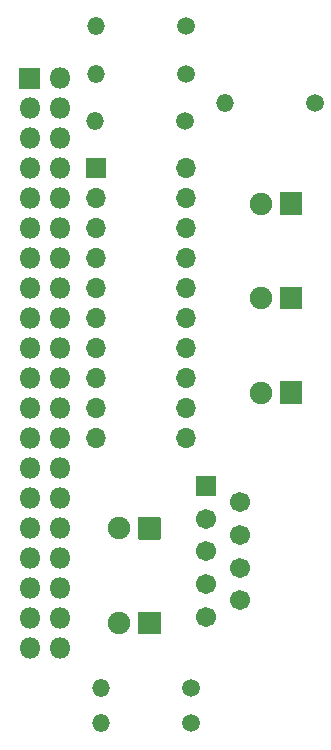
<source format=gts>
%TF.GenerationSoftware,KiCad,Pcbnew,5.1.9+dfsg1-1*%
%TF.CreationDate,2021-05-30T15:35:39+01:00*%
%TF.ProjectId,sjspi,736a7370-692e-46b6-9963-61645f706362,v0.1*%
%TF.SameCoordinates,Original*%
%TF.FileFunction,Soldermask,Top*%
%TF.FilePolarity,Negative*%
%FSLAX46Y46*%
G04 Gerber Fmt 4.6, Leading zero omitted, Abs format (unit mm)*
G04 Created by KiCad (PCBNEW 5.1.9+dfsg1-1) date 2021-05-30 15:35:39*
%MOMM*%
%LPD*%
G01*
G04 APERTURE LIST*
%ADD10C,1.901600*%
%ADD11O,1.801600X1.801600*%
%ADD12C,1.701600*%
%ADD13C,1.501600*%
%ADD14O,1.501600X1.501600*%
%ADD15O,1.701600X1.701600*%
G04 APERTURE END LIST*
%TO.C,D1*%
G36*
G01*
X156450800Y-83100000D02*
X156450800Y-84900000D01*
G75*
G02*
X156400000Y-84950800I-50800J0D01*
G01*
X154600000Y-84950800D01*
G75*
G02*
X154549200Y-84900000I0J50800D01*
G01*
X154549200Y-83100000D01*
G75*
G02*
X154600000Y-83049200I50800J0D01*
G01*
X156400000Y-83049200D01*
G75*
G02*
X156450800Y-83100000I0J-50800D01*
G01*
G37*
D10*
X152960000Y-84000000D03*
%TD*%
%TO.C,D2*%
X152960000Y-92000000D03*
G36*
G01*
X156450800Y-91100000D02*
X156450800Y-92900000D01*
G75*
G02*
X156400000Y-92950800I-50800J0D01*
G01*
X154600000Y-92950800D01*
G75*
G02*
X154549200Y-92900000I0J50800D01*
G01*
X154549200Y-91100000D01*
G75*
G02*
X154600000Y-91049200I50800J0D01*
G01*
X156400000Y-91049200D01*
G75*
G02*
X156450800Y-91100000I0J-50800D01*
G01*
G37*
%TD*%
%TO.C,D3*%
G36*
G01*
X156450800Y-99100000D02*
X156450800Y-100900000D01*
G75*
G02*
X156400000Y-100950800I-50800J0D01*
G01*
X154600000Y-100950800D01*
G75*
G02*
X154549200Y-100900000I0J50800D01*
G01*
X154549200Y-99100000D01*
G75*
G02*
X154600000Y-99049200I50800J0D01*
G01*
X156400000Y-99049200D01*
G75*
G02*
X156450800Y-99100000I0J-50800D01*
G01*
G37*
X152960000Y-100000000D03*
%TD*%
%TO.C,D4*%
X140960000Y-119500000D03*
G36*
G01*
X144450800Y-118600000D02*
X144450800Y-120400000D01*
G75*
G02*
X144400000Y-120450800I-50800J0D01*
G01*
X142600000Y-120450800D01*
G75*
G02*
X142549200Y-120400000I0J50800D01*
G01*
X142549200Y-118600000D01*
G75*
G02*
X142600000Y-118549200I50800J0D01*
G01*
X144400000Y-118549200D01*
G75*
G02*
X144450800Y-118600000I0J-50800D01*
G01*
G37*
%TD*%
%TO.C,D5*%
G36*
G01*
X144450800Y-110600000D02*
X144450800Y-112400000D01*
G75*
G02*
X144400000Y-112450800I-50800J0D01*
G01*
X142600000Y-112450800D01*
G75*
G02*
X142549200Y-112400000I0J50800D01*
G01*
X142549200Y-110600000D01*
G75*
G02*
X142600000Y-110549200I50800J0D01*
G01*
X144400000Y-110549200D01*
G75*
G02*
X144450800Y-110600000I0J-50800D01*
G01*
G37*
X140960000Y-111500000D03*
%TD*%
%TO.C,J1*%
G36*
G01*
X134280800Y-72540000D02*
X134280800Y-74240000D01*
G75*
G02*
X134230000Y-74290800I-50800J0D01*
G01*
X132530000Y-74290800D01*
G75*
G02*
X132479200Y-74240000I0J50800D01*
G01*
X132479200Y-72540000D01*
G75*
G02*
X132530000Y-72489200I50800J0D01*
G01*
X134230000Y-72489200D01*
G75*
G02*
X134280800Y-72540000I0J-50800D01*
G01*
G37*
D11*
X135920000Y-73390000D03*
X133380000Y-75930000D03*
X135920000Y-75930000D03*
X133380000Y-78470000D03*
X135920000Y-78470000D03*
X133380000Y-81010000D03*
X135920000Y-81010000D03*
X133380000Y-83550000D03*
X135920000Y-83550000D03*
X133380000Y-86090000D03*
X135920000Y-86090000D03*
X133380000Y-88630000D03*
X135920000Y-88630000D03*
X133380000Y-91170000D03*
X135920000Y-91170000D03*
X133380000Y-93710000D03*
X135920000Y-93710000D03*
X133380000Y-96250000D03*
X135920000Y-96250000D03*
X133380000Y-98790000D03*
X135920000Y-98790000D03*
X133380000Y-101330000D03*
X135920000Y-101330000D03*
X133380000Y-103870000D03*
X135920000Y-103870000D03*
X133380000Y-106410000D03*
X135920000Y-106410000D03*
X133380000Y-108950000D03*
X135920000Y-108950000D03*
X133380000Y-111490000D03*
X135920000Y-111490000D03*
X133380000Y-114030000D03*
X135920000Y-114030000D03*
X133380000Y-116570000D03*
X135920000Y-116570000D03*
X133380000Y-119110000D03*
X135920000Y-119110000D03*
X133380000Y-121650000D03*
X135920000Y-121650000D03*
%TD*%
%TO.C,J2*%
G36*
G01*
X149100000Y-108750800D02*
X147500000Y-108750800D01*
G75*
G02*
X147449200Y-108700000I0J50800D01*
G01*
X147449200Y-107100000D01*
G75*
G02*
X147500000Y-107049200I50800J0D01*
G01*
X149100000Y-107049200D01*
G75*
G02*
X149150800Y-107100000I0J-50800D01*
G01*
X149150800Y-108700000D01*
G75*
G02*
X149100000Y-108750800I-50800J0D01*
G01*
G37*
D12*
X148300000Y-110670000D03*
X148300000Y-113440000D03*
X148300000Y-116210000D03*
X148300000Y-118980000D03*
X151140000Y-109285000D03*
X151140000Y-112055000D03*
X151140000Y-114825000D03*
X151140000Y-117595000D03*
%TD*%
D13*
%TO.C,R1*%
X146620000Y-69000000D03*
D14*
X139000000Y-69000000D03*
%TD*%
%TO.C,R2*%
X139000000Y-73000000D03*
D13*
X146620000Y-73000000D03*
%TD*%
%TO.C,R3*%
X146500000Y-77000000D03*
D14*
X138880000Y-77000000D03*
%TD*%
%TO.C,R4*%
X139380000Y-125000000D03*
D13*
X147000000Y-125000000D03*
%TD*%
%TO.C,R5*%
X147000000Y-128000000D03*
D14*
X139380000Y-128000000D03*
%TD*%
%TO.C,R6*%
X149880000Y-75500000D03*
D13*
X157500000Y-75500000D03*
%TD*%
%TO.C,U1*%
G36*
G01*
X138149200Y-81800000D02*
X138149200Y-80200000D01*
G75*
G02*
X138200000Y-80149200I50800J0D01*
G01*
X139800000Y-80149200D01*
G75*
G02*
X139850800Y-80200000I0J-50800D01*
G01*
X139850800Y-81800000D01*
G75*
G02*
X139800000Y-81850800I-50800J0D01*
G01*
X138200000Y-81850800D01*
G75*
G02*
X138149200Y-81800000I0J50800D01*
G01*
G37*
D15*
X146620000Y-103860000D03*
X139000000Y-83540000D03*
X146620000Y-101320000D03*
X139000000Y-86080000D03*
X146620000Y-98780000D03*
X139000000Y-88620000D03*
X146620000Y-96240000D03*
X139000000Y-91160000D03*
X146620000Y-93700000D03*
X139000000Y-93700000D03*
X146620000Y-91160000D03*
X139000000Y-96240000D03*
X146620000Y-88620000D03*
X139000000Y-98780000D03*
X146620000Y-86080000D03*
X139000000Y-101320000D03*
X146620000Y-83540000D03*
X139000000Y-103860000D03*
X146620000Y-81000000D03*
%TD*%
M02*

</source>
